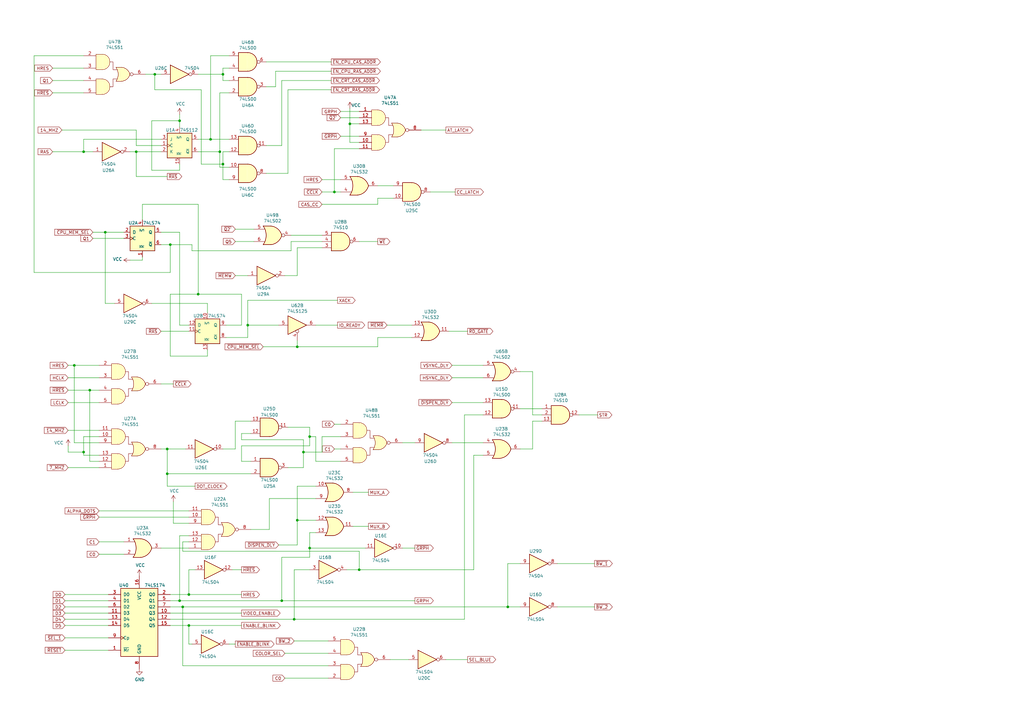
<source format=kicad_sch>
(kicad_sch (version 20230121) (generator eeschema)
  (paper "A3")
  (lib_symbols
    (symbol "74xx:74LS00" (pin_names (offset 1.016))
      (property "Reference" "U" (at 0 1.27 0))
      (property "Value" "74LS00" (at 0 -1.27 0))
      (symbol "74LS00_1_1"
        (pin input line (at -7.62 2.54 0) (length 3.81) (name "~") (number "1"))
        (pin input line (at -7.62 -2.54 0) (length 3.81) (name "~") (number "2"))
        (pin output inverted (at 7.62 0 180) (length 3.81) (name "~") (number "3"))
      )
      (symbol "74LS00_1_2"
        (pin input inverted (at -7.62 2.54 0) (length 4.318) (name "~") (number "1"))
        (pin input inverted (at -7.62 -2.54 0) (length 4.318) (name "~") (number "2"))
        (pin output line (at 7.62 0 180) (length 3.81) (name "~") (number "3"))
      )
      (symbol "74LS00_2_1"
        (pin input line (at -7.62 2.54 0) (length 3.81) (name "~") (number "4"))
        (pin input line (at -7.62 -2.54 0) (length 3.81) (name "~") (number "5"))
        (pin output inverted (at 7.62 0 180) (length 3.81) (name "~") (number "6"))
      )
      (symbol "74LS00_2_2"
        (pin input inverted (at -7.62 2.54 0) (length 4.318) (name "~") (number "4"))
        (pin input inverted (at -7.62 -2.54 0) (length 4.318) (name "~") (number "5"))
        (pin output line (at 7.62 0 180) (length 3.81) (name "~") (number "6"))
      )
      (symbol "74LS00_3_1"
        (pin input line (at -7.62 -2.54 0) (length 3.81) (name "~") (number "10"))
        (pin output inverted (at 7.62 0 180) (length 3.81) (name "~") (number "8"))
        (pin input line (at -7.62 2.54 0) (length 3.81) (name "~") (number "9"))
      )
      (symbol "74LS00_3_2"
        (pin input inverted (at -7.62 -2.54 0) (length 4.318) (name "~") (number "10"))
        (pin output line (at 7.62 0 180) (length 3.81) (name "~") (number "8"))
        (pin input inverted (at -7.62 2.54 0) (length 4.318) (name "~") (number "9"))
      )
      (symbol "74LS00_4_1"
        (pin output inverted (at 7.62 0 180) (length 3.81) (name "~") (number "11"))
        (pin input line (at -7.62 2.54 0) (length 3.81) (name "~") (number "12"))
        (pin input line (at -7.62 -2.54 0) (length 3.81) (name "~") (number "13"))
      )
      (symbol "74LS00_4_2"
        (pin output line (at 7.62 0 180) (length 3.81) (name "~") (number "11"))
        (pin input inverted (at -7.62 2.54 0) (length 4.318) (name "~") (number "12"))
        (pin input inverted (at -7.62 -2.54 0) (length 4.318) (name "~") (number "13"))
      )
      (symbol "74LS00_5_0"
        (pin power_in line (at 0 12.7 270) (length 5.08) (name "VCC") (number "14"))
        (pin power_in line (at 0 -12.7 90) (length 5.08) (name "GND") (number "7"))
      )
    )
    (symbol "74xx:74LS02" (pin_names (offset 1.016))
      (property "Reference" "U" (at 0 1.27 0))
      (property "Value" "74LS02" (at 0 -1.27 0))
      (symbol "74LS02_1_1"
        (pin output inverted (at 7.62 0 180) (length 3.81) (name "~") (number "1"))
        (pin input line (at -7.62 2.54 0) (length 4.318) (name "~") (number "2"))
        (pin input line (at -7.62 -2.54 0) (length 4.318) (name "~") (number "3"))
      )
      (symbol "74LS02_1_2"
        (pin output line (at 7.62 0 180) (length 3.81) (name "~") (number "1"))
        (pin input inverted (at -7.62 2.54 0) (length 3.81) (name "~") (number "2"))
        (pin input inverted (at -7.62 -2.54 0) (length 3.81) (name "~") (number "3"))
      )
      (symbol "74LS02_2_1"
        (pin output inverted (at 7.62 0 180) (length 3.81) (name "~") (number "4"))
        (pin input line (at -7.62 2.54 0) (length 4.318) (name "~") (number "5"))
        (pin input line (at -7.62 -2.54 0) (length 4.318) (name "~") (number "6"))
      )
      (symbol "74LS02_2_2"
        (pin output line (at 7.62 0 180) (length 3.81) (name "~") (number "4"))
        (pin input inverted (at -7.62 2.54 0) (length 3.81) (name "~") (number "5"))
        (pin input inverted (at -7.62 -2.54 0) (length 3.81) (name "~") (number "6"))
      )
      (symbol "74LS02_3_1"
        (pin output inverted (at 7.62 0 180) (length 3.81) (name "~") (number "10"))
        (pin input line (at -7.62 2.54 0) (length 4.318) (name "~") (number "8"))
        (pin input line (at -7.62 -2.54 0) (length 4.318) (name "~") (number "9"))
      )
      (symbol "74LS02_3_2"
        (pin output line (at 7.62 0 180) (length 3.81) (name "~") (number "10"))
        (pin input inverted (at -7.62 2.54 0) (length 3.81) (name "~") (number "8"))
        (pin input inverted (at -7.62 -2.54 0) (length 3.81) (name "~") (number "9"))
      )
      (symbol "74LS02_4_1"
        (pin input line (at -7.62 2.54 0) (length 4.318) (name "~") (number "11"))
        (pin input line (at -7.62 -2.54 0) (length 4.318) (name "~") (number "12"))
        (pin output inverted (at 7.62 0 180) (length 3.81) (name "~") (number "13"))
      )
      (symbol "74LS02_4_2"
        (pin input inverted (at -7.62 2.54 0) (length 3.81) (name "~") (number "11"))
        (pin input inverted (at -7.62 -2.54 0) (length 3.81) (name "~") (number "12"))
        (pin output line (at 7.62 0 180) (length 3.81) (name "~") (number "13"))
      )
      (symbol "74LS02_5_0"
        (pin power_in line (at 0 12.7 270) (length 5.08) (name "VCC") (number "14"))
        (pin power_in line (at 0 -12.7 90) (length 5.08) (name "GND") (number "7"))
      )
    )
    (symbol "74xx:74LS04"
      (property "Reference" "U" (at 0 1.27 0))
      (property "Value" "74LS04" (at 0 -1.27 0))
      (symbol "74LS04_1_0"
        (pin input line (at -7.62 0 0) (length 3.81) (name "~") (number "1"))
        (pin output inverted (at 7.62 0 180) (length 3.81) (name "~") (number "2"))
      )
      (symbol "74LS04_2_0"
        (pin input line (at -7.62 0 0) (length 3.81) (name "~") (number "3"))
        (pin output inverted (at 7.62 0 180) (length 3.81) (name "~") (number "4"))
      )
      (symbol "74LS04_3_0"
        (pin input line (at -7.62 0 0) (length 3.81) (name "~") (number "5"))
        (pin output inverted (at 7.62 0 180) (length 3.81) (name "~") (number "6"))
      )
      (symbol "74LS04_4_0"
        (pin output inverted (at 7.62 0 180) (length 3.81) (name "~") (number "8"))
        (pin input line (at -7.62 0 0) (length 3.81) (name "~") (number "9"))
      )
      (symbol "74LS04_5_0"
        (pin output inverted (at 7.62 0 180) (length 3.81) (name "~") (number "10"))
        (pin input line (at -7.62 0 0) (length 3.81) (name "~") (number "11"))
      )
      (symbol "74LS04_6_0"
        (pin output inverted (at 7.62 0 180) (length 3.81) (name "~") (number "12"))
        (pin input line (at -7.62 0 0) (length 3.81) (name "~") (number "13"))
      )
      (symbol "74LS04_7_0"
        (pin power_in line (at 0 12.7 270) (length 5.08) (name "VCC") (number "14"))
        (pin power_in line (at 0 -12.7 90) (length 5.08) (name "GND") (number "7"))
      )
    )
    (symbol "74xx:74LS10" (pin_names (offset 1.016))
      (property "Reference" "U" (at 0 1.27 0))
      (property "Value" "74LS10" (at 0 -1.27 0))
      (symbol "74LS10_1_1"
        (pin input line (at -7.62 2.54 0) (length 3.81) (name "~") (number "1"))
        (pin output inverted (at 7.62 0 180) (length 3.81) (name "~") (number "12"))
        (pin input line (at -7.62 -2.54 0) (length 3.81) (name "~") (number "13"))
        (pin input line (at -7.62 0 0) (length 3.81) (name "~") (number "2"))
      )
      (symbol "74LS10_1_2"
        (pin input inverted (at -7.62 2.54 0) (length 4.318) (name "~") (number "1"))
        (pin output line (at 7.62 0 180) (length 3.81) (name "~") (number "12"))
        (pin input inverted (at -7.62 -2.54 0) (length 4.318) (name "~") (number "13"))
        (pin input inverted (at -7.62 0 0) (length 4.953) (name "~") (number "2"))
      )
      (symbol "74LS10_2_1"
        (pin input line (at -7.62 2.54 0) (length 3.81) (name "~") (number "3"))
        (pin input line (at -7.62 0 0) (length 3.81) (name "~") (number "4"))
        (pin input line (at -7.62 -2.54 0) (length 3.81) (name "~") (number "5"))
        (pin output inverted (at 7.62 0 180) (length 3.81) (name "~") (number "6"))
      )
      (symbol "74LS10_2_2"
        (pin input inverted (at -7.62 2.54 0) (length 4.318) (name "~") (number "3"))
        (pin input inverted (at -7.62 0 0) (length 4.953) (name "~") (number "4"))
        (pin input inverted (at -7.62 -2.54 0) (length 4.318) (name "~") (number "5"))
        (pin output line (at 7.62 0 180) (length 3.81) (name "~") (number "6"))
      )
      (symbol "74LS10_3_1"
        (pin input line (at -7.62 0 0) (length 3.81) (name "~") (number "10"))
        (pin input line (at -7.62 -2.54 0) (length 3.81) (name "~") (number "11"))
        (pin output inverted (at 7.62 0 180) (length 3.81) (name "~") (number "8"))
        (pin input line (at -7.62 2.54 0) (length 3.81) (name "~") (number "9"))
      )
      (symbol "74LS10_3_2"
        (pin input inverted (at -7.62 0 0) (length 4.953) (name "~") (number "10"))
        (pin input inverted (at -7.62 -2.54 0) (length 4.318) (name "~") (number "11"))
        (pin output line (at 7.62 0 180) (length 3.81) (name "~") (number "8"))
        (pin input inverted (at -7.62 2.54 0) (length 4.318) (name "~") (number "9"))
      )
      (symbol "74LS10_4_0"
        (pin power_in line (at 0 12.7 270) (length 5.08) (name "VCC") (number "14"))
        (pin power_in line (at 0 -12.7 90) (length 5.08) (name "GND") (number "7"))
      )
    )
    (symbol "74xx:74LS112" (pin_names (offset 1.016))
      (property "Reference" "U" (at -7.62 8.89 0))
      (property "Value" "74LS112" (at -7.62 -8.89 0))
      (symbol "74LS112_1_0"
        (pin input clock (at -7.62 0 0) (length 2.54) (name "C") (number "1"))
        (pin input line (at 0 -7.62 90) (length 2.54) (name "~{R}") (number "15"))
        (pin input line (at -7.62 -2.54 0) (length 2.54) (name "K") (number "2"))
        (pin input line (at -7.62 2.54 0) (length 2.54) (name "J") (number "3"))
        (pin input line (at 0 7.62 270) (length 2.54) (name "~{S}") (number "4"))
        (pin output line (at 7.62 2.54 180) (length 2.54) (name "Q") (number "5"))
        (pin output line (at 7.62 -2.54 180) (length 2.54) (name "~{Q}") (number "6"))
      )
      (symbol "74LS112_2_0"
        (pin input line (at 0 7.62 270) (length 2.54) (name "~{S}") (number "10"))
        (pin input line (at -7.62 2.54 0) (length 2.54) (name "J") (number "11"))
        (pin input line (at -7.62 -2.54 0) (length 2.54) (name "K") (number "12"))
        (pin input clock (at -7.62 0 0) (length 2.54) (name "C") (number "13"))
        (pin input line (at 0 -7.62 90) (length 2.54) (name "~{R}") (number "14"))
        (pin output line (at 7.62 -2.54 180) (length 2.54) (name "~{Q}") (number "7"))
        (pin output line (at 7.62 2.54 180) (length 2.54) (name "Q") (number "9"))
      )
      (symbol "74LS112_3_0"
        (pin power_in line (at 0 10.16 270) (length 2.54) (name "VCC") (number "16"))
        (pin power_in line (at 0 -10.16 90) (length 2.54) (name "GND") (number "8"))
      )
    )
    (symbol "74xx:74LS125" (pin_names (offset 1.016))
      (property "Reference" "U" (at 0 1.27 0))
      (property "Value" "74LS125" (at 0 -1.27 0))
      (symbol "74LS125_1_0"
        (pin input inverted (at 0 -6.35 90) (length 4.445) (name "~") (number "1"))
        (pin input line (at -7.62 0 0) (length 3.81) (name "~") (number "2"))
        (pin tri_state line (at 7.62 0 180) (length 3.81) (name "~") (number "3"))
      )
      (symbol "74LS125_2_0"
        (pin input inverted (at 0 -6.35 90) (length 4.445) (name "~") (number "4"))
        (pin input line (at -7.62 0 0) (length 3.81) (name "~") (number "5"))
        (pin tri_state line (at 7.62 0 180) (length 3.81) (name "~") (number "6"))
      )
      (symbol "74LS125_3_0"
        (pin input inverted (at 0 -6.35 90) (length 4.445) (name "~") (number "10"))
        (pin tri_state line (at 7.62 0 180) (length 3.81) (name "~") (number "8"))
        (pin input line (at -7.62 0 0) (length 3.81) (name "~") (number "9"))
      )
      (symbol "74LS125_4_0"
        (pin tri_state line (at 7.62 0 180) (length 3.81) (name "~") (number "11"))
        (pin input line (at -7.62 0 0) (length 3.81) (name "~") (number "12"))
        (pin input inverted (at 0 -6.35 90) (length 4.445) (name "~") (number "13"))
      )
      (symbol "74LS125_5_0"
        (pin power_in line (at 0 12.7 270) (length 5.08) (name "VCC") (number "14"))
        (pin power_in line (at 0 -12.7 90) (length 5.08) (name "GND") (number "7"))
      )
    )
    (symbol "74xx:74LS174" (pin_names (offset 1.016))
      (property "Reference" "U" (at -7.62 13.97 0))
      (property "Value" "74LS174" (at -7.62 -16.51 0))
      (symbol "74LS174_1_0"
        (pin input line (at -12.7 -12.7 0) (length 5.08) (name "~{Mr}") (number "1"))
        (pin output line (at 12.7 2.54 180) (length 5.08) (name "Q3") (number "10"))
        (pin input line (at -12.7 2.54 0) (length 5.08) (name "D3") (number "11"))
        (pin output line (at 12.7 0 180) (length 5.08) (name "Q4") (number "12"))
        (pin input line (at -12.7 0 0) (length 5.08) (name "D4") (number "13"))
        (pin input line (at -12.7 -2.54 0) (length 5.08) (name "D5") (number "14"))
        (pin output line (at 12.7 -2.54 180) (length 5.08) (name "Q5") (number "15"))
        (pin power_in line (at 0 17.78 270) (length 5.08) (name "VCC") (number "16"))
        (pin output line (at 12.7 10.16 180) (length 5.08) (name "Q0") (number "2"))
        (pin input line (at -12.7 10.16 0) (length 5.08) (name "D0") (number "3"))
        (pin input line (at -12.7 7.62 0) (length 5.08) (name "D1") (number "4"))
        (pin output line (at 12.7 7.62 180) (length 5.08) (name "Q1") (number "5"))
        (pin input line (at -12.7 5.08 0) (length 5.08) (name "D2") (number "6"))
        (pin output line (at 12.7 5.08 180) (length 5.08) (name "Q2") (number "7"))
        (pin power_in line (at 0 -20.32 90) (length 5.08) (name "GND") (number "8"))
        (pin input clock (at -12.7 -7.62 0) (length 5.08) (name "Cp") (number "9"))
      )
    )
    (symbol "74xx:74LS32" (pin_names (offset 1.016))
      (property "Reference" "U" (at 0 1.27 0))
      (property "Value" "74LS32" (at 0 -1.27 0))
      (symbol "74LS32_1_1"
        (pin input line (at -7.62 2.54 0) (length 4.318) (name "~") (number "1"))
        (pin input line (at -7.62 -2.54 0) (length 4.318) (name "~") (number "2"))
        (pin output line (at 7.62 0 180) (length 3.81) (name "~") (number "3"))
      )
      (symbol "74LS32_1_2"
        (pin input inverted (at -7.62 2.54 0) (length 3.81) (name "~") (number "1"))
        (pin input inverted (at -7.62 -2.54 0) (length 3.81) (name "~") (number "2"))
        (pin output inverted (at 7.62 0 180) (length 3.81) (name "~") (number "3"))
      )
      (symbol "74LS32_2_1"
        (pin input line (at -7.62 2.54 0) (length 4.318) (name "~") (number "4"))
        (pin input line (at -7.62 -2.54 0) (length 4.318) (name "~") (number "5"))
        (pin output line (at 7.62 0 180) (length 3.81) (name "~") (number "6"))
      )
      (symbol "74LS32_2_2"
        (pin input inverted (at -7.62 2.54 0) (length 3.81) (name "~") (number "4"))
        (pin input inverted (at -7.62 -2.54 0) (length 3.81) (name "~") (number "5"))
        (pin output inverted (at 7.62 0 180) (length 3.81) (name "~") (number "6"))
      )
      (symbol "74LS32_3_1"
        (pin input line (at -7.62 -2.54 0) (length 4.318) (name "~") (number "10"))
        (pin output line (at 7.62 0 180) (length 3.81) (name "~") (number "8"))
        (pin input line (at -7.62 2.54 0) (length 4.318) (name "~") (number "9"))
      )
      (symbol "74LS32_3_2"
        (pin input inverted (at -7.62 -2.54 0) (length 3.81) (name "~") (number "10"))
        (pin output inverted (at 7.62 0 180) (length 3.81) (name "~") (number "8"))
        (pin input inverted (at -7.62 2.54 0) (length 3.81) (name "~") (number "9"))
      )
      (symbol "74LS32_4_1"
        (pin output line (at 7.62 0 180) (length 3.81) (name "~") (number "11"))
        (pin input line (at -7.62 2.54 0) (length 4.318) (name "~") (number "12"))
        (pin input line (at -7.62 -2.54 0) (length 4.318) (name "~") (number "13"))
      )
      (symbol "74LS32_4_2"
        (pin output inverted (at 7.62 0 180) (length 3.81) (name "~") (number "11"))
        (pin input inverted (at -7.62 2.54 0) (length 3.81) (name "~") (number "12"))
        (pin input inverted (at -7.62 -2.54 0) (length 3.81) (name "~") (number "13"))
      )
      (symbol "74LS32_5_0"
        (pin power_in line (at 0 12.7 270) (length 5.08) (name "VCC") (number "14"))
        (pin power_in line (at 0 -12.7 90) (length 5.08) (name "GND") (number "7"))
      )
    )
    (symbol "74xx:74LS51" (pin_names (offset 1.016))
      (property "Reference" "U" (at -7.62 10.16 0))
      (property "Value" "74LS51" (at -7.62 -10.16 0))
      (symbol "74LS51_1_0"
        (pin input line (at -12.7 7.62 0) (length 5.08) (name "~") (number "1"))
        (pin input line (at -12.7 -5.08 0) (length 5.08) (name "~") (number "10"))
        (pin input line (at -12.7 -7.62 0) (length 5.08) (name "~") (number "11"))
        (pin input line (at -12.7 5.08 0) (length 5.08) (name "~") (number "12"))
        (pin input line (at -12.7 2.54 0) (length 5.08) (name "~") (number "13"))
        (pin output line (at 12.7 0 180) (length 5.08) (name "~") (number "8"))
        (pin input line (at -12.7 -2.54 0) (length 5.08) (name "~") (number "9"))
      )
      (symbol "74LS51_2_0"
        (pin input line (at -12.7 7.62 0) (length 5.08) (name "~") (number "2"))
        (pin input line (at -12.7 2.54 0) (length 5.08) (name "~") (number "3"))
        (pin input line (at -12.7 -2.54 0) (length 5.08) (name "~") (number "4"))
        (pin input line (at -12.7 -7.62 0) (length 5.08) (name "~") (number "5"))
        (pin output line (at 12.7 0 180) (length 5.08) (name "~") (number "6"))
      )
      (symbol "74LS51_3_0"
        (pin power_in line (at 0 12.7 270) (length 5.08) (name "VCC") (number "14"))
        (pin power_in line (at 0 -12.7 90) (length 5.08) (name "GND") (number "7"))
      )
    )
    (symbol "74xx:74LS74" (pin_names (offset 1.016))
      (property "Reference" "U" (at -7.62 8.89 0))
      (property "Value" "74LS74" (at -7.62 -8.89 0))
      (symbol "74LS74_1_0"
        (pin input line (at 0 -7.62 90) (length 2.54) (name "~{R}") (number "1"))
        (pin input line (at -7.62 2.54 0) (length 2.54) (name "D") (number "2"))
        (pin input clock (at -7.62 0 0) (length 2.54) (name "C") (number "3"))
        (pin input line (at 0 7.62 270) (length 2.54) (name "~{S}") (number "4"))
        (pin output line (at 7.62 2.54 180) (length 2.54) (name "Q") (number "5"))
        (pin output line (at 7.62 -2.54 180) (length 2.54) (name "~{Q}") (number "6"))
      )
      (symbol "74LS74_2_0"
        (pin input line (at 0 7.62 270) (length 2.54) (name "~{S}") (number "10"))
        (pin input clock (at -7.62 0 0) (length 2.54) (name "C") (number "11"))
        (pin input line (at -7.62 2.54 0) (length 2.54) (name "D") (number "12"))
        (pin input line (at 0 -7.62 90) (length 2.54) (name "~{R}") (number "13"))
        (pin output line (at 7.62 -2.54 180) (length 2.54) (name "~{Q}") (number "8"))
        (pin output line (at 7.62 2.54 180) (length 2.54) (name "Q") (number "9"))
      )
      (symbol "74LS74_3_0"
        (pin power_in line (at 0 10.16 270) (length 2.54) (name "VCC") (number "14"))
        (pin power_in line (at 0 -10.16 90) (length 2.54) (name "GND") (number "7"))
      )
    )
    (symbol "power:GND" (power) (pin_names (offset 0))
      (property "Value" "GND" (at 0 -3.81 0))
      (symbol "GND_1_1"
        (pin power_in line (at 0 0 270) (length 0) hide (name "GND") (number "1"))
      )
    )
    (symbol "power:VCC" (power) (pin_names (offset 0))
      (property "Value" "VCC" (at 0 3.81 0))
      (symbol "VCC_1_1"
        (pin power_in line (at 0 0 90) (length 0) hide (name "VCC") (number "1"))
      )
    )
  )
  (junction (at 77.47 243.84))
  (junction (at 90.17 62.23))
  (junction (at 91.44 67.31))
  (junction (at 115.57 246.38))
  (junction (at 101.6 133.35))
  (junction (at 73.66 49.53))
  (junction (at 127 224.79))
  (junction (at 86.36 57.15))
  (junction (at 77.47 256.54))
  (junction (at 73.66 246.38))
  (junction (at 55.88 62.23))
  (junction (at 68.58 194.31))
  (junction (at 120.65 254))
  (junction (at 34.29 62.23))
  (junction (at 208.28 248.92))
  (junction (at 121.92 142.24))
  (junction (at 124.46 185.42))
  (junction (at 68.58 184.15))
  (junction (at 43.18 95.25))
  (junction (at 137.16 78.74))
  (junction (at 127 179.07))
  (junction (at 36.83 160.02))
  (junction (at 91.44 30.48))
  (junction (at 63.5 30.48))
  (junction (at 34.29 185.42))
  (junction (at 147.32 233.68))
  (junction (at 143.51 50.8))
  (junction (at 121.92 213.36))
  (junction (at 30.48 149.86))
  (junction (at 69.85 100.33))
  (junction (at 81.28 120.65))
  (junction (at 74.93 248.92))
  (wire (pts (xy 208.28 248.92) (xy 213.36 248.92)))
  (wire (pts (xy 118.11 71.12) (xy 109.22 71.12)))
  (wire (pts (xy 132.08 73.66) (xy 139.7 73.66)))
  (wire (pts (xy 194.31 233.68) (xy 194.31 186.69)))
  (wire (pts (xy 154.94 81.28) (xy 154.94 83.82)))
  (wire (pts (xy 161.29 76.2) (xy 154.94 76.2)))
  (wire (pts (xy 218.44 184.15) (xy 218.44 172.72)))
  (wire (pts (xy 43.18 95.25) (xy 50.8 95.25)))
  (wire (pts (xy 68.58 184.15) (xy 68.58 194.31)))
  (wire (pts (xy 34.29 185.42) (xy 34.29 186.69)))
  (wire (pts (xy 90.17 62.23) (xy 90.17 68.58)))
  (wire (pts (xy 85.09 124.46) (xy 85.09 128.27)))
  (wire (pts (xy 139.7 78.74) (xy 137.16 78.74)))
  (wire (pts (xy 127 233.68) (xy 120.65 233.68)))
  (wire (pts (xy 44.45 243.84) (xy 26.67 243.84)))
  (wire (pts (xy 40.64 227.33) (xy 50.8 227.33)))
  (wire (pts (xy 185.42 154.94) (xy 198.12 154.94)))
  (wire (pts (xy 77.47 256.54) (xy 99.06 256.54)))
  (wire (pts (xy 55.88 62.23) (xy 66.04 62.23)))
  (wire (pts (xy 132.08 185.42) (xy 132.08 179.07)))
  (wire (pts (xy 115.57 33.02) (xy 115.57 59.69)))
  (wire (pts (xy 184.15 135.89) (xy 191.77 135.89)))
  (wire (pts (xy 77.47 212.09) (xy 40.64 212.09)))
  (wire (pts (xy 68.58 199.39) (xy 80.01 199.39)))
  (wire (pts (xy 36.83 189.23) (xy 36.83 160.02)))
  (wire (pts (xy 138.43 133.35) (xy 129.54 133.35)))
  (wire (pts (xy 218.44 172.72) (xy 222.25 172.72)))
  (wire (pts (xy 71.12 157.48) (xy 66.04 157.48)))
  (wire (pts (xy 101.6 138.43) (xy 101.6 133.35)))
  (wire (pts (xy 85.09 146.05) (xy 85.09 143.51)))
  (wire (pts (xy 93.98 57.15) (xy 86.36 57.15)))
  (wire (pts (xy 74.93 226.06) (xy 74.93 222.25)))
  (wire (pts (xy 101.6 123.19) (xy 138.43 123.19)))
  (wire (pts (xy 90.17 68.58) (xy 93.98 68.58)))
  (wire (pts (xy 38.1 95.25) (xy 43.18 95.25)))
  (wire (pts (xy 121.92 113.03) (xy 116.84 113.03)))
  (wire (pts (xy 194.31 186.69) (xy 198.12 186.69)))
  (wire (pts (xy 93.98 62.23) (xy 91.44 62.23)))
  (wire (pts (xy 53.34 62.23) (xy 55.88 62.23)))
  (wire (pts (xy 82.55 67.31) (xy 82.55 36.83)))
  (wire (pts (xy 74.93 222.25) (xy 77.47 222.25)))
  (wire (pts (xy 115.57 246.38) (xy 170.18 246.38)))
  (wire (pts (xy 127 218.44) (xy 129.54 218.44)))
  (wire (pts (xy 68.58 194.31) (xy 68.58 199.39)))
  (wire (pts (xy 213.36 231.14) (xy 208.28 231.14)))
  (wire (pts (xy 34.29 27.94) (xy 21.59 27.94)))
  (wire (pts (xy 165.1 224.79) (xy 170.18 224.79)))
  (wire (pts (xy 102.87 194.31) (xy 68.58 194.31)))
  (wire (pts (xy 40.64 181.61) (xy 30.48 181.61)))
  (wire (pts (xy 40.64 191.77) (xy 27.94 191.77)))
  (wire (pts (xy 119.38 96.52) (xy 132.08 96.52)))
  (wire (pts (xy 58.42 90.17) (xy 58.42 83.82)))
  (wire (pts (xy 237.49 170.18) (xy 245.11 170.18)))
  (wire (pts (xy 40.64 189.23) (xy 36.83 189.23)))
  (wire (pts (xy 119.38 102.87) (xy 119.38 99.06)))
  (wire (pts (xy 81.28 57.15) (xy 86.36 57.15)))
  (wire (pts (xy 147.32 60.96) (xy 137.16 60.96)))
  (wire (pts (xy 73.66 67.31) (xy 73.66 69.85)))
  (wire (pts (xy 154.94 138.43) (xy 168.91 138.43)))
  (wire (pts (xy 78.74 100.33) (xy 78.74 102.87)))
  (wire (pts (xy 129.54 179.07) (xy 129.54 189.23)))
  (wire (pts (xy 71.12 214.63) (xy 71.12 205.74)))
  (wire (pts (xy 91.44 33.02) (xy 93.98 33.02)))
  (wire (pts (xy 165.1 181.61) (xy 170.18 181.61)))
  (wire (pts (xy 143.51 50.8) (xy 147.32 50.8)))
  (wire (pts (xy 93.98 264.16) (xy 96.52 264.16)))
  (wire (pts (xy 161.29 81.28) (xy 154.94 81.28)))
  (wire (pts (xy 124.46 180.34) (xy 99.06 180.34)))
  (wire (pts (xy 69.85 243.84) (xy 77.47 243.84)))
  (wire (pts (xy 34.29 57.15) (xy 66.04 57.15)))
  (wire (pts (xy 81.28 120.65) (xy 69.85 120.65)))
  (wire (pts (xy 73.66 246.38) (xy 69.85 246.38)))
  (wire (pts (xy 185.42 149.86) (xy 198.12 149.86)))
  (wire (pts (xy 121.92 199.39) (xy 129.54 199.39)))
  (wire (pts (xy 154.94 142.24) (xy 154.94 138.43)))
  (wire (pts (xy 59.69 30.48) (xy 63.5 30.48)))
  (wire (pts (xy 69.85 248.92) (xy 74.93 248.92)))
  (wire (pts (xy 137.16 184.15) (xy 139.7 184.15)))
  (wire (pts (xy 62.23 124.46) (xy 85.09 124.46)))
  (wire (pts (xy 96.52 172.72) (xy 102.87 172.72)))
  (wire (pts (xy 213.36 167.64) (xy 222.25 167.64)))
  (wire (pts (xy 139.7 48.26) (xy 147.32 48.26)))
  (wire (pts (xy 66.04 135.89) (xy 77.47 135.89)))
  (wire (pts (xy 185.42 181.61) (xy 198.12 181.61)))
  (wire (pts (xy 92.71 133.35) (xy 99.06 133.35)))
  (wire (pts (xy 66.04 184.15) (xy 68.58 184.15)))
  (wire (pts (xy 213.36 184.15) (xy 218.44 184.15)))
  (wire (pts (xy 69.85 120.65) (xy 69.85 146.05)))
  (wire (pts (xy 194.31 233.68) (xy 147.32 233.68)))
  (wire (pts (xy 182.88 270.51) (xy 191.77 270.51)))
  (wire (pts (xy 55.88 72.39) (xy 68.58 72.39)))
  (wire (pts (xy 66.04 100.33) (xy 69.85 100.33)))
  (wire (pts (xy 115.57 228.6) (xy 127 228.6)))
  (wire (pts (xy 99.06 177.8) (xy 102.87 177.8)))
  (wire (pts (xy 116.84 267.97) (xy 134.62 267.97)))
  (wire (pts (xy 69.85 146.05) (xy 85.09 146.05)))
  (wire (pts (xy 78.74 264.16) (xy 77.47 264.16)))
  (wire (pts (xy 121.92 101.6) (xy 121.92 113.03)))
  (wire (pts (xy 69.85 100.33) (xy 78.74 100.33)))
  (wire (pts (xy 40.64 222.25) (xy 50.8 222.25)))
  (wire (pts (xy 119.38 99.06) (xy 132.08 99.06)))
  (wire (pts (xy 96.52 93.98) (xy 104.14 93.98)))
  (wire (pts (xy 121.92 139.7) (xy 121.92 142.24)))
  (wire (pts (xy 40.64 165.1) (xy 27.94 165.1)))
  (wire (pts (xy 92.71 138.43) (xy 101.6 138.43)))
  (wire (pts (xy 127 175.26) (xy 127 179.07)))
  (wire (pts (xy 135.89 29.21) (xy 113.03 29.21)))
  (wire (pts (xy 77.47 214.63) (xy 71.12 214.63)))
  (wire (pts (xy 218.44 152.4) (xy 218.44 170.18)))
  (wire (pts (xy 120.65 262.89) (xy 134.62 262.89)))
  (wire (pts (xy 129.54 213.36) (xy 121.92 213.36)))
  (wire (pts (xy 77.47 243.84) (xy 99.06 243.84)))
  (wire (pts (xy 73.66 133.35) (xy 77.47 133.35)))
  (wire (pts (xy 62.23 69.85) (xy 62.23 49.53)))
  (wire (pts (xy 26.67 261.62) (xy 44.45 261.62)))
  (wire (pts (xy 91.44 27.94) (xy 91.44 30.48)))
  (wire (pts (xy 147.32 58.42) (xy 143.51 58.42)))
  (wire (pts (xy 73.66 246.38) (xy 115.57 246.38)))
  (wire (pts (xy 40.64 154.94) (xy 27.94 154.94)))
  (wire (pts (xy 74.93 273.05) (xy 134.62 273.05)))
  (wire (pts (xy 120.65 233.68) (xy 120.65 254)))
  (wire (pts (xy 91.44 73.66) (xy 93.98 73.66)))
  (wire (pts (xy 43.18 95.25) (xy 43.18 124.46)))
  (wire (pts (xy 27.94 185.42) (xy 34.29 185.42)))
  (wire (pts (xy 113.03 29.21) (xy 113.03 35.56)))
  (wire (pts (xy 91.44 67.31) (xy 91.44 73.66)))
  (wire (pts (xy 124.46 185.42) (xy 124.46 180.34)))
  (wire (pts (xy 208.28 231.14) (xy 208.28 248.92)))
  (wire (pts (xy 69.85 100.33) (xy 69.85 111.76)))
  (wire (pts (xy 91.44 67.31) (xy 82.55 67.31)))
  (wire (pts (xy 147.32 99.06) (xy 154.94 99.06)))
  (wire (pts (xy 218.44 170.18) (xy 222.25 170.18)))
  (wire (pts (xy 44.45 254) (xy 26.67 254)))
  (wire (pts (xy 144.78 215.9) (xy 151.13 215.9)))
  (wire (pts (xy 96.52 99.06) (xy 104.14 99.06)))
  (wire (pts (xy 120.65 254) (xy 69.85 254)))
  (wire (pts (xy 213.36 152.4) (xy 218.44 152.4)))
  (wire (pts (xy 118.11 175.26) (xy 127 175.26)))
  (wire (pts (xy 99.06 182.88) (xy 99.06 189.23)))
  (wire (pts (xy 198.12 170.18) (xy 190.5 170.18)))
  (wire (pts (xy 80.01 233.68) (xy 77.47 233.68)))
  (wire (pts (xy 34.29 38.1) (xy 21.59 38.1)))
  (wire (pts (xy 124.46 185.42) (xy 132.08 185.42)))
  (wire (pts (xy 176.53 78.74) (xy 186.69 78.74)))
  (wire (pts (xy 135.89 33.02) (xy 115.57 33.02)))
  (wire (pts (xy 127 179.07) (xy 127 182.88)))
  (wire (pts (xy 143.51 58.42) (xy 143.51 50.8)))
  (wire (pts (xy 86.36 57.15) (xy 86.36 22.86)))
  (wire (pts (xy 160.02 270.51) (xy 167.64 270.51)))
  (wire (pts (xy 121.92 223.52) (xy 121.92 213.36)))
  (wire (pts (xy 99.06 180.34) (xy 99.06 177.8)))
  (wire (pts (xy 77.47 209.55) (xy 40.64 209.55)))
  (wire (pts (xy 101.6 133.35) (xy 101.6 123.19)))
  (wire (pts (xy 137.16 60.96) (xy 137.16 78.74)))
  (wire (pts (xy 73.66 69.85) (xy 62.23 69.85)))
  (wire (pts (xy 154.94 83.82) (xy 132.08 83.82)))
  (wire (pts (xy 110.49 217.17) (xy 110.49 204.47)))
  (wire (pts (xy 44.45 251.46) (xy 26.67 251.46)))
  (wire (pts (xy 99.06 120.65) (xy 81.28 120.65)))
  (wire (pts (xy 132.08 179.07) (xy 139.7 179.07)))
  (wire (pts (xy 127 182.88) (xy 99.06 182.88)))
  (wire (pts (xy 147.32 233.68) (xy 142.24 233.68)))
  (wire (pts (xy 30.48 181.61) (xy 30.48 149.86)))
  (wire (pts (xy 115.57 246.38) (xy 115.57 228.6)))
  (wire (pts (xy 55.88 59.69) (xy 66.04 59.69)))
  (wire (pts (xy 172.72 53.34) (xy 182.88 53.34)))
  (wire (pts (xy 158.75 133.35) (xy 168.91 133.35)))
  (wire (pts (xy 44.45 246.38) (xy 26.67 246.38)))
  (wire (pts (xy 26.67 266.7) (xy 44.45 266.7)))
  (wire (pts (xy 91.44 62.23) (xy 91.44 67.31)))
  (wire (pts (xy 132.08 101.6) (xy 121.92 101.6)))
  (wire (pts (xy 55.88 62.23) (xy 55.88 72.39)))
  (wire (pts (xy 102.87 217.17) (xy 110.49 217.17)))
  (wire (pts (xy 73.66 49.53) (xy 73.66 46.99)))
  (wire (pts (xy 124.46 191.77) (xy 124.46 185.42)))
  (wire (pts (xy 90.17 62.23) (xy 90.17 38.1)))
  (wire (pts (xy 228.6 248.92) (xy 243.84 248.92)))
  (wire (pts (xy 228.6 231.14) (xy 243.84 231.14)))
  (wire (pts (xy 73.66 49.53) (xy 73.66 52.07)))
  (wire (pts (xy 110.49 204.47) (xy 129.54 204.47)))
  (wire (pts (xy 44.45 248.92) (xy 26.67 248.92)))
  (wire (pts (xy 91.44 184.15) (xy 96.52 184.15)))
  (wire (pts (xy 34.29 186.69) (xy 40.64 186.69)))
  (wire (pts (xy 127 224.79) (xy 127 218.44)))
  (wire (pts (xy 74.93 248.92) (xy 208.28 248.92)))
  (wire (pts (xy 121.92 142.24) (xy 154.94 142.24)))
  (wire (pts (xy 99.06 189.23) (xy 102.87 189.23)))
  (wire (pts (xy 63.5 30.48) (xy 66.04 30.48)))
  (wire (pts (xy 96.52 184.15) (xy 96.52 172.72)))
  (wire (pts (xy 25.4 53.34) (xy 55.88 53.34)))
  (wire (pts (xy 53.34 106.68) (xy 58.42 106.68)))
  (wire (pts (xy 30.48 149.86) (xy 27.94 149.86)))
  (wire (pts (xy 137.16 173.99) (xy 139.7 173.99)))
  (wire (pts (xy 73.66 95.25) (xy 73.66 133.35)))
  (wire (pts (xy 66.04 224.79) (xy 77.47 224.79)))
  (wire (pts (xy 99.06 133.35) (xy 99.06 120.65)))
  (wire (pts (xy 114.3 133.35) (xy 101.6 133.35)))
  (wire (pts (xy 69.85 251.46) (xy 99.06 251.46)))
  (wire (pts (xy 91.44 30.48) (xy 81.28 30.48)))
  (wire (pts (xy 73.66 219.71) (xy 73.66 246.38)))
  (wire (pts (xy 147.32 233.68) (xy 147.32 226.06)))
  (wire (pts (xy 149.86 224.79) (xy 127 224.79)))
  (wire (pts (xy 109.22 25.4) (xy 135.89 25.4)))
  (wire (pts (xy 118.11 191.77) (xy 124.46 191.77)))
  (wire (pts (xy 115.57 59.69) (xy 109.22 59.69)))
  (wire (pts (xy 93.98 27.94) (xy 91.44 27.94)))
  (wire (pts (xy 82.55 36.83) (xy 63.5 36.83)))
  (wire (pts (xy 13.97 111.76) (xy 13.97 22.86)))
  (wire (pts (xy 44.45 256.54) (xy 26.67 256.54)))
  (wire (pts (xy 91.44 30.48) (xy 91.44 33.02)))
  (wire (pts (xy 81.28 62.23) (xy 90.17 62.23)))
  (wire (pts (xy 185.42 165.1) (xy 198.12 165.1)))
  (wire (pts (xy 78.74 102.87) (xy 119.38 102.87)))
  (wire (pts (xy 139.7 55.88) (xy 147.32 55.88)))
  (wire (pts (xy 137.16 78.74) (xy 132.08 78.74)))
  (wire (pts (xy 34.29 62.23) (xy 21.59 62.23)))
  (wire (pts (xy 34.29 179.07) (xy 34.29 185.42)))
  (wire (pts (xy 135.89 36.83) (xy 118.11 36.83)))
  (wire (pts (xy 40.64 179.07) (xy 34.29 179.07)))
  (wire (pts (xy 74.93 248.92) (xy 74.93 273.05)))
  (wire (pts (xy 90.17 38.1) (xy 93.98 38.1)))
  (wire (pts (xy 86.36 22.86) (xy 93.98 22.86)))
  (wire (pts (xy 127 179.07) (xy 129.54 179.07)))
  (wire (pts (xy 13.97 22.86) (xy 34.29 22.86)))
  (wire (pts (xy 58.42 106.68) (xy 58.42 105.41)))
  (wire (pts (xy 69.85 111.76) (xy 13.97 111.76)))
  (wire (pts (xy 127 228.6) (xy 127 224.79)))
  (wire (pts (xy 118.11 36.83) (xy 118.11 71.12)))
  (wire (pts (xy 139.7 45.72) (xy 147.32 45.72)))
  (wire (pts (xy 114.3 223.52) (xy 121.92 223.52)))
  (wire (pts (xy 40.64 160.02) (xy 36.83 160.02)))
  (wire (pts (xy 190.5 170.18) (xy 190.5 254)))
  (wire (pts (xy 62.23 49.53) (xy 73.66 49.53)))
  (wire (pts (xy 144.78 201.93) (xy 151.13 201.93)))
  (wire (pts (xy 38.1 62.23) (xy 34.29 62.23)))
  (wire (pts (xy 68.58 184.15) (xy 76.2 184.15)))
  (wire (pts (xy 147.32 226.06) (xy 74.93 226.06)))
  (wire (pts (xy 77.47 219.71) (xy 73.66 219.71)))
  (wire (pts (xy 121.92 213.36) (xy 121.92 199.39)))
  (wire (pts (xy 58.42 83.82) (xy 81.28 83.82)))
  (wire (pts (xy 113.03 35.56) (xy 109.22 35.56)))
  (wire (pts (xy 43.18 124.46) (xy 46.99 124.46)))
  (wire (pts (xy 129.54 189.23) (xy 139.7 189.23)))
  (wire (pts (xy 34.29 62.23) (xy 34.29 57.15)))
  (wire (pts (xy 121.92 142.24) (xy 107.95 142.24)))
  (wire (pts (xy 95.25 233.68) (xy 99.06 233.68)))
  (wire (pts (xy 63.5 36.83) (xy 63.5 30.48)))
  (wire (pts (xy 66.04 95.25) (xy 73.66 95.25)))
  (wire (pts (xy 27.94 182.88) (xy 27.94 185.42)))
  (wire (pts (xy 190.5 254) (xy 120.65 254)))
  (wire (pts (xy 77.47 264.16) (xy 77.47 256.54)))
  (wire (pts (xy 77.47 233.68) (xy 77.47 243.84)))
  (wire (pts (xy 50.8 97.79) (xy 38.1 97.79)))
  (wire (pts (xy 81.28 83.82) (xy 81.28 120.65)))
  (wire (pts (xy 36.83 160.02) (xy 27.94 160.02)))
  (wire (pts (xy 55.88 53.34) (xy 55.88 59.69)))
  (wire (pts (xy 27.94 176.53) (xy 40.64 176.53)))
  (wire (pts (xy 96.52 113.03) (xy 101.6 113.03)))
  (wire (pts (xy 34.29 33.02) (xy 21.59 33.02)))
  (wire (pts (xy 69.85 256.54) (xy 77.47 256.54)))
  (wire (pts (xy 40.64 149.86) (xy 30.48 149.86)))
  (wire (pts (xy 116.84 278.13) (xy 134.62 278.13)))
  (wire (pts (xy 143.51 50.8) (xy 143.51 44.45)))
  (global_label "~{MEMR}" (shape input) (at 158.75 133.35 180) (property "Intersheetrefs" "${INTERSHEET_REFS}" (effects hide)))
  (global_label "~{EN_CPU_RAS_ADDR}" (shape output) (at 135.89 29.21 0) (property "Intersheetrefs" "${INTERSHEET_REFS}" (effects hide)))
  (global_label "~{7_MHZ}" (shape input) (at 27.94 191.77 180) (property "Intersheetrefs" "${INTERSHEET_REFS}" (effects hide)))
  (global_label "C1" (shape input) (at 40.64 222.25 180) (property "Intersheetrefs" "${INTERSHEET_REFS}" (effects hide)))
  (global_label "~{CPU_MEM_SEL}" (shape input) (at 38.1 95.25 180) (property "Intersheetrefs" "${INTERSHEET_REFS}" (effects hide)))
  (global_label "XACK" (shape output) (at 138.43 123.19 0) (property "Intersheetrefs" "${INTERSHEET_REFS}" (effects hide)))
  (global_label "~{RD_GATE}" (shape output) (at 191.77 135.89 0) (property "Intersheetrefs" "${INTERSHEET_REFS}" (effects hide)))
  (global_label "~{RESET}" (shape input) (at 26.67 266.7 180) (property "Intersheetrefs" "${INTERSHEET_REFS}" (effects hide)))
  (global_label "14_MHZ" (shape input) (at 25.4 53.34 180) (property "Intersheetrefs" "${INTERSHEET_REFS}" (effects hide)))
  (global_label "~{SEL_1}" (shape input) (at 26.67 261.62 180) (property "Intersheetrefs" "${INTERSHEET_REFS}" (effects hide)))
  (global_label "D3" (shape input) (at 26.67 251.46 180) (property "Intersheetrefs" "${INTERSHEET_REFS}" (effects hide)))
  (global_label "HRES" (shape input) (at 21.59 27.94 180) (property "Intersheetrefs" "${INTERSHEET_REFS}" (effects hide)))
  (global_label "CC_LATCH" (shape output) (at 186.69 78.74 0) (property "Intersheetrefs" "${INTERSHEET_REFS}" (effects hide)))
  (global_label "VSYNC_DLY" (shape input) (at 185.42 149.86 180) (property "Intersheetrefs" "${INTERSHEET_REFS}" (effects hide)))
  (global_label "GRPH" (shape output) (at 170.18 246.38 0) (property "Intersheetrefs" "${INTERSHEET_REFS}" (effects hide)))
  (global_label "Q1" (shape input) (at 38.1 97.79 180) (property "Intersheetrefs" "${INTERSHEET_REFS}" (effects hide)))
  (global_label "~{GRPH}" (shape input) (at 40.64 212.09 180) (property "Intersheetrefs" "${INTERSHEET_REFS}" (effects hide)))
  (global_label "~{GRPH}" (shape output) (at 170.18 224.79 0) (property "Intersheetrefs" "${INTERSHEET_REFS}" (effects hide)))
  (global_label "C0" (shape input) (at 40.64 227.33 180) (property "Intersheetrefs" "${INTERSHEET_REFS}" (effects hide)))
  (global_label "~{BW_1}" (shape output) (at 243.84 231.14 0) (property "Intersheetrefs" "${INTERSHEET_REFS}" (effects hide)))
  (global_label "~{CCLK}" (shape output) (at 71.12 157.48 0) (property "Intersheetrefs" "${INTERSHEET_REFS}" (effects hide)))
  (global_label "~{Q2'}" (shape input) (at 139.7 48.26 180) (property "Intersheetrefs" "${INTERSHEET_REFS}" (effects hide)))
  (global_label "~{DISPEN_DLY}" (shape input) (at 185.42 165.1 180) (property "Intersheetrefs" "${INTERSHEET_REFS}" (effects hide)))
  (global_label "STR" (shape output) (at 245.11 170.18 0) (property "Intersheetrefs" "${INTERSHEET_REFS}" (effects hide)))
  (global_label "DOT_CLOCK" (shape output) (at 80.01 199.39 0) (property "Intersheetrefs" "${INTERSHEET_REFS}" (effects hide)))
  (global_label "~{GRPH}" (shape input) (at 139.7 55.88 180) (property "Intersheetrefs" "${INTERSHEET_REFS}" (effects hide)))
  (global_label "~{EN_CRT_RAS_ADDR}" (shape output) (at 135.89 36.83 0) (property "Intersheetrefs" "${INTERSHEET_REFS}" (effects hide)))
  (global_label "~{Q2'}" (shape input) (at 96.52 93.98 180) (property "Intersheetrefs" "${INTERSHEET_REFS}" (effects hide)))
  (global_label "HRES" (shape input) (at 132.08 73.66 180) (property "Intersheetrefs" "${INTERSHEET_REFS}" (effects hide)))
  (global_label "HSYNC_DLY" (shape input) (at 185.42 154.94 180) (property "Intersheetrefs" "${INTERSHEET_REFS}" (effects hide)))
  (global_label "D4" (shape input) (at 26.67 254 180) (property "Intersheetrefs" "${INTERSHEET_REFS}" (effects hide)))
  (global_label "CAS_CC" (shape input) (at 132.08 83.82 180) (property "Intersheetrefs" "${INTERSHEET_REFS}" (effects hide)))
  (global_label "D0" (shape input) (at 26.67 243.84 180) (property "Intersheetrefs" "${INTERSHEET_REFS}" (effects hide)))
  (global_label "LCLK" (shape input) (at 27.94 165.1 180) (property "Intersheetrefs" "${INTERSHEET_REFS}" (effects hide)))
  (global_label "~{HRES}" (shape input) (at 21.59 38.1 180) (property "Intersheetrefs" "${INTERSHEET_REFS}" (effects hide)))
  (global_label "Q5" (shape input) (at 96.52 99.06 180) (property "Intersheetrefs" "${INTERSHEET_REFS}" (effects hide)))
  (global_label "~{EN_CPU_CAS_ADDR}" (shape output) (at 135.89 25.4 0) (property "Intersheetrefs" "${INTERSHEET_REFS}" (effects hide)))
  (global_label "C1" (shape input) (at 137.16 184.15 180) (property "Intersheetrefs" "${INTERSHEET_REFS}" (effects hide)))
  (global_label "D2" (shape input) (at 26.67 248.92 180) (property "Intersheetrefs" "${INTERSHEET_REFS}" (effects hide)))
  (global_label "AT_LATCH" (shape output) (at 182.88 53.34 0) (property "Intersheetrefs" "${INTERSHEET_REFS}" (effects hide)))
  (global_label "ALPHA_DOTS" (shape input) (at 40.64 209.55 180) (property "Intersheetrefs" "${INTERSHEET_REFS}" (effects hide)))
  (global_label "SEL_BLUE" (shape output) (at 191.77 270.51 0) (property "Intersheetrefs" "${INTERSHEET_REFS}" (effects hide)))
  (global_label "HCLK" (shape input) (at 27.94 154.94 180) (property "Intersheetrefs" "${INTERSHEET_REFS}" (effects hide)))
  (global_label "~{MEMW}" (shape input) (at 96.52 113.03 180) (property "Intersheetrefs" "${INTERSHEET_REFS}" (effects hide)))
  (global_label "GRPH" (shape input) (at 139.7 45.72 180) (property "Intersheetrefs" "${INTERSHEET_REFS}" (effects hide)))
  (global_label "~{14_MHZ}" (shape input) (at 27.94 176.53 180) (property "Intersheetrefs" "${INTERSHEET_REFS}" (effects hide)))
  (global_label "IO_READY" (shape output) (at 138.43 133.35 0) (property "Intersheetrefs" "${INTERSHEET_REFS}" (effects hide)))
  (global_label "C0" (shape input) (at 137.16 173.99 180) (property "Intersheetrefs" "${INTERSHEET_REFS}" (effects hide)))
  (global_label "~{BW_2}" (shape input) (at 120.65 262.89 180) (property "Intersheetrefs" "${INTERSHEET_REFS}" (effects hide)))
  (global_label "~{WE}" (shape output) (at 154.94 99.06 0) (property "Intersheetrefs" "${INTERSHEET_REFS}" (effects hide)))
  (global_label "~{CPU_MEM_SEL}" (shape input) (at 107.95 142.24 180) (property "Intersheetrefs" "${INTERSHEET_REFS}" (effects hide)))
  (global_label "ENABLE_BLINK" (shape output) (at 99.06 256.54 0) (property "Intersheetrefs" "${INTERSHEET_REFS}" (effects hide)))
  (global_label "~{CCLK}" (shape input) (at 132.08 78.74 180) (property "Intersheetrefs" "${INTERSHEET_REFS}" (effects hide)))
  (global_label "D5" (shape input) (at 26.67 256.54 180) (property "Intersheetrefs" "${INTERSHEET_REFS}" (effects hide)))
  (global_label "~{HRES}" (shape output) (at 99.06 233.68 0) (property "Intersheetrefs" "${INTERSHEET_REFS}" (effects hide)))
  (global_label "~{EN_CRT_CAS_ADDR}" (shape output) (at 135.89 33.02 0) (property "Intersheetrefs" "${INTERSHEET_REFS}" (effects hide)))
  (global_label "MUX_B" (shape output) (at 151.13 215.9 0) (property "Intersheetrefs" "${INTERSHEET_REFS}" (effects hide)))
  (global_label "~{RAS}" (shape output) (at 68.58 72.39 0) (property "Intersheetrefs" "${INTERSHEET_REFS}" (effects hide)))
  (global_label "MUX_A" (shape output) (at 151.13 201.93 0) (property "Intersheetrefs" "${INTERSHEET_REFS}" (effects hide)))
  (global_label "HRES" (shape input) (at 27.94 149.86 180) (property "Intersheetrefs" "${INTERSHEET_REFS}" (effects hide)))
  (global_label "RAS" (shape input) (at 21.59 62.23 180) (property "Intersheetrefs" "${INTERSHEET_REFS}" (effects hide)))
  (global_label "~{RAS}" (shape input) (at 66.04 135.89 180) (property "Intersheetrefs" "${INTERSHEET_REFS}" (effects hide)))
  (global_label "VIDEO_ENABLE" (shape output) (at 99.06 251.46 0) (property "Intersheetrefs" "${INTERSHEET_REFS}" (effects hide)))
  (global_label "C0" (shape input) (at 116.84 278.13 180) (property "Intersheetrefs" "${INTERSHEET_REFS}" (effects hide)))
  (global_label "COLOR_SEL" (shape input) (at 116.84 267.97 180) (property "Intersheetrefs" "${INTERSHEET_REFS}" (effects hide)))
  (global_label "~{ENABLE_BLINK}" (shape output) (at 96.52 264.16 0) (property "Intersheetrefs" "${INTERSHEET_REFS}" (effects hide)))
  (global_label "~{BW_2}" (shape output) (at 243.84 248.92 0) (property "Intersheetrefs" "${INTERSHEET_REFS}" (effects hide)))
  (global_label "HRES" (shape output) (at 99.06 243.84 0) (property "Intersheetrefs" "${INTERSHEET_REFS}" (effects hide)))
  (global_label "D1" (shape input) (at 26.67 246.38 180) (property "Intersheetrefs" "${INTERSHEET_REFS}" (effects hide)))
  (global_label "~{DISPEN_DLY}" (shape input) (at 114.3 223.52 180) (property "Intersheetrefs" "${INTERSHEET_REFS}" (effects hide)))
  (global_label "~{HRES}" (shape input) (at 27.94 160.02 180) (property "Intersheetrefs" "${INTERSHEET_REFS}" (effects hide)))
  (global_label "Q1" (shape input) (at 21.59 33.02 180) (property "Intersheetrefs" "${INTERSHEET_REFS}" (effects hide)))
  (symbol (lib_id "74xx:74LS51") (at 46.99 30.48 0) (unit 2)
    (property "Reference" "U47" (at 46.99 17.145 0))
    (property "Value" "74LS51" (at 46.99 19.4564 0))
    (property "Footprint" "Package_DIP:DIP-14_W7.62mm_LongPads" (effects hide))
    (property "Datasheet" "http://www.ti.com/lit/ds/symlink/sn74ls51.pdf" (effects hide))
  )
  (symbol (lib_id "74xx:74LS04") (at 45.72 62.23 0) (unit 1)
    (property "Reference" "U26" (at 44.45 69.85 0))
    (property "Value" "74S04" (at 44.45 67.31 0))
    (property "Footprint" "Package_DIP:DIP-14_W7.62mm_LongPads" (effects hide))
    (property "Datasheet" "http://www.ti.com/lit/gpn/sn74LS04" (effects hide))
    (instances (project "ISA_CGA" (path "" (reference "U26") (unit 1)) (path "" (reference "U?") (unit 2))))
  )
  (symbol (lib_id "74xx:74LS112") (at 73.66 59.69 0) (unit 1)
    (property "Reference" "U1" (at 69.85 53.34 0))
    (property "Value" "74S112" (at 77.47 53.34 0))
    (property "Footprint" "Package_DIP:DIP-16_W7.62mm_LongPads" (effects hide))
    (property "Datasheet" "http://www.ti.com/lit/gpn/sn74LS112" (effects hide))
  )
  (symbol (lib_id "power:VCC") (at 73.66 46.99 0) (unit 1)
    (property "Reference" "#PWR0178" (effects hide))
    (property "Value" "VCC" (at 74.041 42.5958 0))
  )
  (symbol (lib_id "74xx:74LS04") (at 73.66 30.48 0) (unit 3)
    (property "Reference" "U26" (at 66.04 27.94 0))
    (property "Value" "74S04" (at 78.74 27.94 0))
    (property "Footprint" "Package_DIP:DIP-14_W7.62mm_LongPads" (effects hide))
    (property "Datasheet" "http://www.ti.com/lit/gpn/sn74LS04" (effects hide))
    (instances (project "ISA_CGA" (path "" (reference "U26") (unit 3)) (path "" (reference "U?") (unit 2))))
  )
  (symbol (lib_id "74xx:74LS00") (at 101.6 25.4 0) (mirror x) (unit 2)
    (property "Reference" "U46" (at 101.6 17.3482 0))
    (property "Value" "74LS00" (at 101.6 19.6596 0))
    (property "Footprint" "Package_DIP:DIP-14_W7.62mm_LongPads" (effects hide))
    (property "Datasheet" "http://www.ti.com/lit/gpn/sn74ls00" (effects hide))
  )
  (symbol (lib_id "74xx:74LS00") (at 101.6 35.56 0) (unit 1)
    (property "Reference" "U46" (at 101.6 43.18 0))
    (property "Value" "74LS00" (at 101.6 40.64 0))
    (property "Footprint" "Package_DIP:DIP-14_W7.62mm_LongPads" (effects hide))
    (property "Datasheet" "http://www.ti.com/lit/gpn/sn74ls00" (effects hide))
  )
  (symbol (lib_id "74xx:74LS00") (at 101.6 59.69 0) (mirror x) (unit 4)
    (property "Reference" "U46" (at 101.6 51.6382 0))
    (property "Value" "74LS00" (at 101.6 53.9496 0))
    (property "Footprint" "Package_DIP:DIP-14_W7.62mm_LongPads" (effects hide))
    (property "Datasheet" "http://www.ti.com/lit/gpn/sn74ls00" (effects hide))
  )
  (symbol (lib_id "74xx:74LS00") (at 101.6 71.12 0) (mirror x) (unit 3)
    (property "Reference" "U46" (at 101.6 80.01 0))
    (property "Value" "74LS00" (at 101.6 77.47 0))
    (property "Footprint" "Package_DIP:DIP-14_W7.62mm_LongPads" (effects hide))
    (property "Datasheet" "http://www.ti.com/lit/gpn/sn74ls00" (effects hide))
  )
  (symbol (lib_id "74xx:74LS74") (at 58.42 97.79 0) (unit 1)
    (property "Reference" "U2" (at 54.61 91.44 0))
    (property "Value" "74LS74" (at 62.23 91.44 0))
    (property "Footprint" "Package_DIP:DIP-14_W7.62mm_LongPads" (effects hide))
    (property "Datasheet" "74xx/74hc_hct74.pdf" (effects hide))
  )
  (symbol (lib_id "power:VCC") (at 53.34 106.68 90) (unit 1)
    (property "Reference" "#PWR0179" (effects hide))
    (property "Value" "VCC" (at 50.1142 106.299 90) (effects (justify left)))
  )
  (symbol (lib_id "74xx:74LS02") (at 111.76 96.52 0) (unit 2)
    (property "Reference" "U49" (at 111.76 88.265 0))
    (property "Value" "74LS02" (at 111.76 90.5764 0))
    (property "Datasheet" "http://www.ti.com/lit/gpn/sn74ls02" (effects hide))
  )
  (symbol (lib_id "74xx:74LS10") (at 139.7 99.06 0) (mirror x) (unit 2)
    (property "Reference" "U28" (at 139.7 91.0082 0))
    (property "Value" "74S10" (at 139.7 93.3196 0))
    (property "Footprint" "Package_DIP:DIP-14_W7.62mm_LongPads" (effects hide))
    (property "Datasheet" "http://www.ti.com/lit/gpn/sn74LS10" (effects hide))
  )
  (symbol (lib_id "74xx:74LS04") (at 109.22 113.03 0) (unit 1)
    (property "Reference" "U29" (at 107.95 120.65 0))
    (property "Value" "74S04" (at 107.95 118.11 0))
    (property "Footprint" "Package_DIP:DIP-14_W7.62mm_LongPads" (effects hide))
    (property "Datasheet" "http://www.ti.com/lit/gpn/sn74LS04" (effects hide))
    (instances (project "ISA_CGA" (path "" (reference "U29") (unit 1)) (path "" (reference "U?") (unit 2))))
  )
  (symbol (lib_id "74xx:74LS74") (at 85.09 135.89 0) (unit 2)
    (property "Reference" "U2" (at 81.28 129.54 0))
    (property "Value" "74LS74" (at 88.9 129.54 0))
    (property "Footprint" "Package_DIP:DIP-14_W7.62mm_LongPads" (effects hide))
    (property "Datasheet" "74xx/74hc_hct74.pdf" (effects hide))
  )
  (symbol (lib_id "74xx:74LS04") (at 54.61 124.46 0) (unit 3)
    (property "Reference" "U29" (at 53.34 132.08 0))
    (property "Value" "74S04" (at 53.34 129.54 0))
    (property "Footprint" "Package_DIP:DIP-14_W7.62mm_LongPads" (effects hide))
    (property "Datasheet" "http://www.ti.com/lit/gpn/sn74LS04" (effects hide))
    (instances (project "ISA_CGA" (path "" (reference "U29") (unit 3)) (path "" (reference "U?") (unit 2))))
  )
  (symbol (lib_id "74xx:74LS125") (at 121.92 133.35 0) (unit 2)
    (property "Reference" "U62" (at 121.92 125.2982 0))
    (property "Value" "74LS125" (at 121.92 127.6096 0))
    (property "Footprint" "Package_DIP:DIP-14_W7.62mm_LongPads" (effects hide))
    (property "Datasheet" "http://www.ti.com/lit/gpn/sn74LS125" (effects hide))
  )
  (symbol (lib_id "74xx:74LS32") (at 147.32 76.2 0) (mirror x) (unit 2)
    (property "Reference" "U30" (at 147.32 68.1482 0))
    (property "Value" "74LS32" (at 147.32 70.4596 0))
    (property "Footprint" "Package_DIP:DIP-14_W7.62mm_LongPads" (effects hide))
    (property "Datasheet" "http://www.ti.com/lit/gpn/sn74LS32" (effects hide))
    (instances (project "ISA_CGA" (path "" (reference "U30") (unit 2)) (path "" (reference "U?") (unit 3))))
  )
  (symbol (lib_id "74xx:74LS00") (at 168.91 78.74 0) (unit 3)
    (property "Reference" "U25" (at 168.91 86.36 0))
    (property "Value" "74LS00" (at 168.91 83.82 0))
    (property "Footprint" "Package_DIP:DIP-14_W7.62mm_LongPads" (effects hide))
    (property "Datasheet" "http://www.ti.com/lit/gpn/sn74ls00" (effects hide))
  )
  (symbol (lib_id "74xx:74LS51") (at 160.02 53.34 0) (unit 1)
    (property "Reference" "U47" (at 160.02 40.005 0))
    (property "Value" "74LS51" (at 160.02 42.3164 0))
    (property "Footprint" "Package_DIP:DIP-14_W7.62mm_LongPads" (effects hide))
    (property "Datasheet" "http://www.ti.com/lit/ds/symlink/sn74ls51.pdf" (effects hide))
  )
  (symbol (lib_id "power:VCC") (at 143.51 44.45 0) (unit 1)
    (property "Reference" "#PWR0180" (effects hide))
    (property "Value" "VCC" (at 146.05 43.18 0))
  )
  (symbol (lib_id "74xx:74LS51") (at 53.34 157.48 0) (unit 2)
    (property "Reference" "U27" (at 53.34 144.145 0))
    (property "Value" "74LS51" (at 53.34 146.4564 0))
    (property "Footprint" "Package_DIP:DIP-14_W7.62mm_LongPads" (effects hide))
    (property "Datasheet" "http://www.ti.com/lit/ds/symlink/sn74ls51.pdf" (effects hide))
  )
  (symbol (lib_id "74xx:74LS51") (at 53.34 184.15 0) (mirror x) (unit 1)
    (property "Reference" "U27" (at 53.34 171.704 0))
    (property "Value" "74LS51" (at 53.34 174.0154 0))
    (property "Footprint" "Package_DIP:DIP-14_W7.62mm_LongPads" (effects hide))
    (property "Datasheet" "http://www.ti.com/lit/ds/symlink/sn74ls51.pdf" (effects hide))
  )
  (symbol (lib_id "power:VCC") (at 27.94 182.88 0) (unit 1)
    (property "Reference" "#PWR0181" (effects hide))
    (property "Value" "VCC" (at 24.13 181.61 0))
  )
  (symbol (lib_id "74xx:74LS04") (at 83.82 184.15 0) (unit 5)
    (property "Reference" "U26" (at 82.55 191.77 0))
    (property "Value" "74S04" (at 82.55 189.23 0))
    (property "Footprint" "Package_DIP:DIP-14_W7.62mm_LongPads" (effects hide))
    (property "Datasheet" "http://www.ti.com/lit/gpn/sn74LS04" (effects hide))
    (instances (project "ISA_CGA" (path "" (reference "U26") (unit 5)) (path "" (reference "U?") (unit 2))))
  )
  (symbol (lib_id "74xx:74LS00") (at 110.49 175.26 0) (mirror x) (unit 4)
    (property "Reference" "U25" (at 110.49 167.64 0))
    (property "Value" "74LS00" (at 110.49 170.18 0))
    (property "Footprint" "Package_DIP:DIP-14_W7.62mm_LongPads" (effects hide))
    (property "Datasheet" "http://www.ti.com/lit/gpn/sn74ls00" (effects hide))
  )
  (symbol (lib_id "74xx:74LS00") (at 110.49 191.77 0) (unit 1)
    (property "Reference" "U25" (at 110.49 199.39 0))
    (property "Value" "74LS00" (at 110.49 196.85 0))
    (property "Footprint" "Package_DIP:DIP-14_W7.62mm_LongPads" (effects hide))
    (property "Datasheet" "http://www.ti.com/lit/gpn/sn74ls00" (effects hide))
  )
  (symbol (lib_id "74xx:74LS51") (at 152.4 181.61 0) (unit 2)
    (property "Reference" "U48" (at 152.4 168.275 0))
    (property "Value" "74LS51" (at 152.4 170.5864 0))
    (property "Footprint" "Package_DIP:DIP-14_W7.62mm_LongPads" (effects hide))
    (property "Datasheet" "http://www.ti.com/lit/ds/symlink/sn74ls51.pdf" (effects hide))
    (instances (project "ISA_CGA" (path "" (reference "U48") (unit 2)) (path "" (reference "U?") (unit 1))))
  )
  (symbol (lib_id "74xx:74LS04") (at 177.8 181.61 0) (unit 4)
    (property "Reference" "U26" (at 176.53 189.23 0))
    (property "Value" "74S04" (at 176.53 186.69 0))
    (property "Footprint" "Package_DIP:DIP-14_W7.62mm_LongPads" (effects hide))
    (property "Datasheet" "http://www.ti.com/lit/gpn/sn74LS04" (effects hide))
    (instances (project "ISA_CGA" (path "" (reference "U26") (unit 4)) (path "" (reference "U?") (unit 2))))
  )
  (symbol (lib_id "74xx:74LS32") (at 205.74 184.15 0) (unit 2)
    (property "Reference" "U23" (at 205.74 175.895 0))
    (property "Value" "74LS32" (at 205.74 178.2064 0))
    (property "Footprint" "Package_DIP:DIP-14_W7.62mm_LongPads" (effects hide))
    (property "Datasheet" "http://www.ti.com/lit/gpn/sn74LS32" (effects hide))
  )
  (symbol (lib_id "74xx:74LS00") (at 205.74 167.64 0) (mirror x) (unit 4)
    (property "Reference" "U15" (at 205.74 159.5882 0))
    (property "Value" "74LS00" (at 205.74 161.8996 0))
    (property "Footprint" "Package_DIP:DIP-14_W7.62mm_LongPads" (effects hide))
    (property "Datasheet" "http://www.ti.com/lit/gpn/sn74ls00" (effects hide))
    (instances (project "ISA_CGA" (path "" (reference "U15") (unit 4)) (path "" (reference "U?") (unit 4))))
  )
  (symbol (lib_id "74xx:74LS02") (at 205.74 152.4 0) (unit 2)
    (property "Reference" "U65" (at 205.74 144.145 0))
    (property "Value" "74LS02" (at 205.74 146.4564 0))
    (property "Footprint" "Package_DIP:DIP-14_W7.62mm_LongPads" (effects hide))
    (property "Datasheet" "http://www.ti.com/lit/gpn/sn74ls02" (effects hide))
    (instances (project "ISA_CGA" (path "" (reference "U65") (unit 2)) (path "" (reference "U?") (unit 4))))
  )
  (symbol (lib_id "74xx:74LS10") (at 229.87 170.18 0) (unit 1)
    (property "Reference" "U28" (at 229.87 161.925 0))
    (property "Value" "74S10" (at 229.87 164.2364 0))
    (property "Footprint" "Package_DIP:DIP-14_W7.62mm_LongPads" (effects hide))
    (property "Datasheet" "http://www.ti.com/lit/gpn/sn74LS10" (effects hide))
    (instances (project "ISA_CGA" (path "" (reference "U28") (unit 1)) (path "" (reference "U?") (unit 3))))
  )
  (symbol (lib_id "74xx:74LS32") (at 58.42 224.79 0) (unit 1)
    (property "Reference" "U23" (at 58.42 216.535 0))
    (property "Value" "74LS32" (at 58.42 218.8464 0))
    (property "Footprint" "Package_DIP:DIP-14_W7.62mm_LongPads" (effects hide))
    (property "Datasheet" "http://www.ti.com/lit/gpn/sn74LS32" (effects hide))
  )
  (symbol (lib_id "74xx:74LS51") (at 90.17 217.17 0) (mirror x) (unit 1)
    (property "Reference" "U22" (at 90.17 204.724 0))
    (property "Value" "74LS51" (at 90.17 207.0354 0))
    (property "Footprint" "Package_DIP:DIP-14_W7.62mm_LongPads" (effects hide))
    (property "Datasheet" "http://www.ti.com/lit/ds/symlink/sn74ls51.pdf" (effects hide))
  )
  (symbol (lib_id "power:VCC") (at 71.12 205.74 0) (unit 1)
    (property "Reference" "#PWR0182" (effects hide))
    (property "Value" "VCC" (at 71.501 201.3458 0))
  )
  (symbol (lib_id "74xx:74LS174") (at 57.15 254 0) (unit 1)
    (property "Reference" "U40" (at 50.8 240.03 0))
    (property "Value" "74LS174" (at 63.5 240.03 0))
    (property "Footprint" "Package_DIP:DIP-16_W7.62mm_LongPads" (effects hide))
    (property "Datasheet" "http://www.ti.com/lit/gpn/sn74LS174" (effects hide))
  )
  (symbol (lib_id "power:VCC") (at 57.15 236.22 0) (unit 1)
    (property "Reference" "#PWR0183" (effects hide))
    (property "Value" "VCC" (at 57.531 231.8258 0))
  )
  (symbol (lib_id "power:GND") (at 57.15 274.32 0) (unit 1)
    (property "Reference" "#PWR0184" (effects hide))
    (property "Value" "GND" (at 57.277 278.7142 0))
  )
  (symbol (lib_id "74xx:74LS32") (at 176.53 135.89 0) (mirror x) (unit 4)
    (property "Reference" "U30" (at 176.53 127.8382 0))
    (property "Value" "74LS32" (at 176.53 130.1496 0))
    (property "Footprint" "Package_DIP:DIP-14_W7.62mm_LongPads" (effects hide))
    (property "Datasheet" "http://www.ti.com/lit/gpn/sn74LS32" (effects hide))
    (instances (project "ISA_CGA" (path "" (reference "U30") (unit 4)) (path "" (reference "U?") (unit 3))))
  )
  (symbol (lib_id "74xx:74LS51") (at 147.32 270.51 0) (mirror x) (unit 2)
    (property "Reference" "U22" (at 147.32 258.064 0))
    (property "Value" "74LS51" (at 147.32 260.3754 0))
    (property "Footprint" "Package_DIP:DIP-14_W7.62mm_LongPads" (effects hide))
    (property "Datasheet" "http://www.ti.com/lit/ds/symlink/sn74ls51.pdf" (effects hide))
  )
  (symbol (lib_id "74xx:74LS04") (at 175.26 270.51 0) (unit 3)
    (property "Reference" "U20" (at 173.99 278.13 0))
    (property "Value" "74LS04" (at 173.99 275.59 0))
    (property "Footprint" "Package_DIP:DIP-14_W7.62mm_LongPads" (effects hide))
    (property "Datasheet" "http://www.ti.com/lit/gpn/sn74LS04" (effects hide))
    (instances (project "ISA_CGA" (path "" (reference "U20") (unit 3)) (path "" (reference "U?") (unit 2))))
  )
  (symbol (lib_id "74xx:74LS04") (at 87.63 233.68 0) (unit 6)
    (property "Reference" "U16" (at 86.36 228.6 0))
    (property "Value" "74LS04" (at 86.36 238.76 0))
    (property "Footprint" "Package_DIP:DIP-14_W7.62mm_LongPads" (effects hide))
    (property "Datasheet" "http://www.ti.com/lit/gpn/sn74LS04" (effects hide))
    (instances (project "ISA_CGA" (path "" (reference "U16") (unit 6)) (path "" (reference "U?") (unit 1))))
  )
  (symbol (lib_id "74xx:74LS04") (at 86.36 264.16 0) (unit 3)
    (property "Reference" "U16" (at 85.09 259.08 0))
    (property "Value" "74LS04" (at 85.09 269.24 0))
    (property "Footprint" "Package_DIP:DIP-14_W7.62mm_LongPads" (effects hide))
    (property "Datasheet" "http://www.ti.com/lit/gpn/sn74LS04" (effects hide))
    (instances (project "ISA_CGA" (path "" (reference "U16") (unit 3)) (path "" (reference "U?") (unit 1))))
  )
  (symbol (lib_id "74xx:74LS04") (at 134.62 233.68 0) (unit 2)
    (property "Reference" "U16" (at 133.35 228.6 0))
    (property "Value" "74LS04" (at 133.35 238.76 0))
    (property "Footprint" "Package_DIP:DIP-14_W7.62mm_LongPads" (effects hide))
    (property "Datasheet" "http://www.ti.com/lit/gpn/sn74LS04" (effects hide))
    (instances (project "ISA_CGA" (path "" (reference "U16") (unit 2)) (path "" (reference "U?") (unit 1))))
  )
  (symbol (lib_id "74xx:74LS32") (at 137.16 201.93 0) (mirror x) (unit 3)
    (property "Reference" "U23" (at 137.16 193.8782 0))
    (property "Value" "74LS32" (at 137.16 196.1896 0))
    (property "Footprint" "Package_DIP:DIP-14_W7.62mm_LongPads" (effects hide))
    (property "Datasheet" "http://www.ti.com/lit/gpn/sn74LS32" (effects hide))
  )
  (symbol (lib_id "74xx:74LS32") (at 137.16 215.9 0) (unit 4)
    (property "Reference" "U23" (at 137.16 207.645 0))
    (property "Value" "74LS32" (at 137.16 209.9564 0))
    (property "Footprint" "Package_DIP:DIP-14_W7.62mm_LongPads" (effects hide))
    (property "Datasheet" "http://www.ti.com/lit/gpn/sn74LS32" (effects hide))
  )
  (symbol (lib_id "74xx:74LS04") (at 220.98 248.92 0) (unit 4)
    (property "Reference" "U16" (at 219.71 243.84 0))
    (property "Value" "74LS04" (at 219.71 254 0))
    (property "Footprint" "Package_DIP:DIP-14_W7.62mm_LongPads" (effects hide))
    (property "Datasheet" "http://www.ti.com/lit/gpn/sn74LS04" (effects hide))
    (instances (project "ISA_CGA" (path "" (reference "U16") (unit 4)) (path "" (reference "U?") (unit 1))))
  )
  (symbol (lib_id "74xx:74LS04") (at 220.98 231.14 0) (unit 4)
    (property "Reference" "U29" (at 219.71 226.06 0))
    (property "Value" "74S04" (at 219.71 236.22 0))
    (property "Footprint" "Package_DIP:DIP-14_W7.62mm_LongPads" (effects hide))
    (property "Datasheet" "http://www.ti.com/lit/gpn/sn74LS04" (effects hide))
    (instances (project "ISA_CGA" (path "" (reference "U29") (unit 4)) (path "" (reference "U?") (unit 6))))
  )
  (symbol (lib_id "74xx:74LS04") (at 157.48 224.79 0) (unit 5)
    (property "Reference" "U16" (at 156.21 219.71 0))
    (property "Value" "74LS04" (at 156.21 229.87 0))
    (property "Footprint" "Package_DIP:DIP-14_W7.62mm_LongPads" (effects hide))
    (property "Datasheet" "http://www.ti.com/lit/gpn/sn74LS04" (effects hide))
    (instances (project "ISA_CGA" (path "" (reference "U16") (unit 5)) (path "" (reference "U?") (unit 1))))
  )
)
</source>
